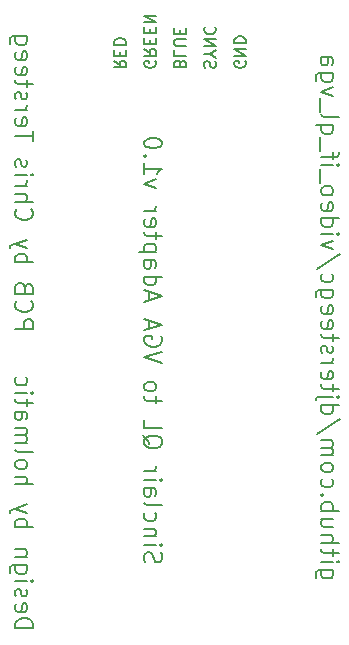
<source format=gbr>
%TF.GenerationSoftware,KiCad,Pcbnew,(6.0.11)*%
%TF.CreationDate,2023-02-12T19:00:00-06:00*%
%TF.ProjectId,video_if_ql_vga,76696465-6f5f-4696-965f-716c5f766761,v1.0*%
%TF.SameCoordinates,Original*%
%TF.FileFunction,Legend,Bot*%
%TF.FilePolarity,Positive*%
%FSLAX46Y46*%
G04 Gerber Fmt 4.6, Leading zero omitted, Abs format (unit mm)*
G04 Created by KiCad (PCBNEW (6.0.11)) date 2023-02-12 19:00:00*
%MOMM*%
%LPD*%
G01*
G04 APERTURE LIST*
%ADD10C,0.150000*%
%ADD11C,0.200000*%
G04 APERTURE END LIST*
D10*
X136707619Y-62084976D02*
X137183809Y-62418309D01*
X136707619Y-62656404D02*
X137707619Y-62656404D01*
X137707619Y-62275452D01*
X137660000Y-62180214D01*
X137612380Y-62132595D01*
X137517142Y-62084976D01*
X137374285Y-62084976D01*
X137279047Y-62132595D01*
X137231428Y-62180214D01*
X137183809Y-62275452D01*
X137183809Y-62656404D01*
X137231428Y-61656404D02*
X137231428Y-61323071D01*
X136707619Y-61180214D02*
X136707619Y-61656404D01*
X137707619Y-61656404D01*
X137707619Y-61180214D01*
X136707619Y-60751642D02*
X137707619Y-60751642D01*
X137707619Y-60513547D01*
X137660000Y-60370690D01*
X137564761Y-60275452D01*
X137469523Y-60227833D01*
X137279047Y-60180214D01*
X137136190Y-60180214D01*
X136945714Y-60227833D01*
X136850476Y-60275452D01*
X136755238Y-60370690D01*
X136707619Y-60513547D01*
X136707619Y-60751642D01*
X147820000Y-62132595D02*
X147867619Y-62227833D01*
X147867619Y-62370690D01*
X147820000Y-62513547D01*
X147724761Y-62608785D01*
X147629523Y-62656404D01*
X147439047Y-62704023D01*
X147296190Y-62704023D01*
X147105714Y-62656404D01*
X147010476Y-62608785D01*
X146915238Y-62513547D01*
X146867619Y-62370690D01*
X146867619Y-62275452D01*
X146915238Y-62132595D01*
X146962857Y-62084976D01*
X147296190Y-62084976D01*
X147296190Y-62275452D01*
X146867619Y-61656404D02*
X147867619Y-61656404D01*
X146867619Y-61084976D01*
X147867619Y-61084976D01*
X146867619Y-60608785D02*
X147867619Y-60608785D01*
X147867619Y-60370690D01*
X147820000Y-60227833D01*
X147724761Y-60132595D01*
X147629523Y-60084976D01*
X147439047Y-60037357D01*
X147296190Y-60037357D01*
X147105714Y-60084976D01*
X147010476Y-60132595D01*
X146915238Y-60227833D01*
X146867619Y-60370690D01*
X146867619Y-60608785D01*
X142311428Y-62323071D02*
X142263809Y-62180214D01*
X142216190Y-62132595D01*
X142120952Y-62084976D01*
X141978095Y-62084976D01*
X141882857Y-62132595D01*
X141835238Y-62180214D01*
X141787619Y-62275452D01*
X141787619Y-62656404D01*
X142787619Y-62656404D01*
X142787619Y-62323071D01*
X142740000Y-62227833D01*
X142692380Y-62180214D01*
X142597142Y-62132595D01*
X142501904Y-62132595D01*
X142406666Y-62180214D01*
X142359047Y-62227833D01*
X142311428Y-62323071D01*
X142311428Y-62656404D01*
X141787619Y-61180214D02*
X141787619Y-61656404D01*
X142787619Y-61656404D01*
X142787619Y-60846880D02*
X141978095Y-60846880D01*
X141882857Y-60799261D01*
X141835238Y-60751642D01*
X141787619Y-60656404D01*
X141787619Y-60465928D01*
X141835238Y-60370690D01*
X141882857Y-60323071D01*
X141978095Y-60275452D01*
X142787619Y-60275452D01*
X142311428Y-59799261D02*
X142311428Y-59465928D01*
X141787619Y-59323071D02*
X141787619Y-59799261D01*
X142787619Y-59799261D01*
X142787619Y-59323071D01*
X144375238Y-62704023D02*
X144327619Y-62561166D01*
X144327619Y-62323071D01*
X144375238Y-62227833D01*
X144422857Y-62180214D01*
X144518095Y-62132595D01*
X144613333Y-62132595D01*
X144708571Y-62180214D01*
X144756190Y-62227833D01*
X144803809Y-62323071D01*
X144851428Y-62513547D01*
X144899047Y-62608785D01*
X144946666Y-62656404D01*
X145041904Y-62704023D01*
X145137142Y-62704023D01*
X145232380Y-62656404D01*
X145280000Y-62608785D01*
X145327619Y-62513547D01*
X145327619Y-62275452D01*
X145280000Y-62132595D01*
X144803809Y-61513547D02*
X144327619Y-61513547D01*
X145327619Y-61846880D02*
X144803809Y-61513547D01*
X145327619Y-61180214D01*
X144327619Y-60846880D02*
X145327619Y-60846880D01*
X144327619Y-60275452D01*
X145327619Y-60275452D01*
X144422857Y-59227833D02*
X144375238Y-59275452D01*
X144327619Y-59418309D01*
X144327619Y-59513547D01*
X144375238Y-59656404D01*
X144470476Y-59751642D01*
X144565714Y-59799261D01*
X144756190Y-59846880D01*
X144899047Y-59846880D01*
X145089523Y-59799261D01*
X145184761Y-59751642D01*
X145280000Y-59656404D01*
X145327619Y-59513547D01*
X145327619Y-59418309D01*
X145280000Y-59275452D01*
X145232380Y-59227833D01*
D11*
X128353428Y-110161428D02*
X129853428Y-110161428D01*
X129853428Y-109804285D01*
X129782000Y-109590000D01*
X129639142Y-109447142D01*
X129496285Y-109375714D01*
X129210571Y-109304285D01*
X128996285Y-109304285D01*
X128710571Y-109375714D01*
X128567714Y-109447142D01*
X128424857Y-109590000D01*
X128353428Y-109804285D01*
X128353428Y-110161428D01*
X128424857Y-108090000D02*
X128353428Y-108232857D01*
X128353428Y-108518571D01*
X128424857Y-108661428D01*
X128567714Y-108732857D01*
X129139142Y-108732857D01*
X129282000Y-108661428D01*
X129353428Y-108518571D01*
X129353428Y-108232857D01*
X129282000Y-108090000D01*
X129139142Y-108018571D01*
X128996285Y-108018571D01*
X128853428Y-108732857D01*
X128424857Y-107447142D02*
X128353428Y-107304285D01*
X128353428Y-107018571D01*
X128424857Y-106875714D01*
X128567714Y-106804285D01*
X128639142Y-106804285D01*
X128782000Y-106875714D01*
X128853428Y-107018571D01*
X128853428Y-107232857D01*
X128924857Y-107375714D01*
X129067714Y-107447142D01*
X129139142Y-107447142D01*
X129282000Y-107375714D01*
X129353428Y-107232857D01*
X129353428Y-107018571D01*
X129282000Y-106875714D01*
X128353428Y-106161428D02*
X129353428Y-106161428D01*
X129853428Y-106161428D02*
X129782000Y-106232857D01*
X129710571Y-106161428D01*
X129782000Y-106090000D01*
X129853428Y-106161428D01*
X129710571Y-106161428D01*
X129353428Y-104804285D02*
X128139142Y-104804285D01*
X127996285Y-104875714D01*
X127924857Y-104947142D01*
X127853428Y-105090000D01*
X127853428Y-105304285D01*
X127924857Y-105447142D01*
X128424857Y-104804285D02*
X128353428Y-104947142D01*
X128353428Y-105232857D01*
X128424857Y-105375714D01*
X128496285Y-105447142D01*
X128639142Y-105518571D01*
X129067714Y-105518571D01*
X129210571Y-105447142D01*
X129282000Y-105375714D01*
X129353428Y-105232857D01*
X129353428Y-104947142D01*
X129282000Y-104804285D01*
X129353428Y-104090000D02*
X128353428Y-104090000D01*
X129210571Y-104090000D02*
X129282000Y-104018571D01*
X129353428Y-103875714D01*
X129353428Y-103661428D01*
X129282000Y-103518571D01*
X129139142Y-103447142D01*
X128353428Y-103447142D01*
X128353428Y-101590000D02*
X129853428Y-101590000D01*
X129282000Y-101590000D02*
X129353428Y-101447142D01*
X129353428Y-101161428D01*
X129282000Y-101018571D01*
X129210571Y-100947142D01*
X129067714Y-100875714D01*
X128639142Y-100875714D01*
X128496285Y-100947142D01*
X128424857Y-101018571D01*
X128353428Y-101161428D01*
X128353428Y-101447142D01*
X128424857Y-101590000D01*
X129353428Y-100375714D02*
X128353428Y-100018571D01*
X129353428Y-99661428D02*
X128353428Y-100018571D01*
X127996285Y-100161428D01*
X127924857Y-100232857D01*
X127853428Y-100375714D01*
X128353428Y-97947142D02*
X129853428Y-97947142D01*
X128353428Y-97304285D02*
X129139142Y-97304285D01*
X129282000Y-97375714D01*
X129353428Y-97518571D01*
X129353428Y-97732857D01*
X129282000Y-97875714D01*
X129210571Y-97947142D01*
X128353428Y-96375714D02*
X128424857Y-96518571D01*
X128496285Y-96590000D01*
X128639142Y-96661428D01*
X129067714Y-96661428D01*
X129210571Y-96590000D01*
X129282000Y-96518571D01*
X129353428Y-96375714D01*
X129353428Y-96161428D01*
X129282000Y-96018571D01*
X129210571Y-95947142D01*
X129067714Y-95875714D01*
X128639142Y-95875714D01*
X128496285Y-95947142D01*
X128424857Y-96018571D01*
X128353428Y-96161428D01*
X128353428Y-96375714D01*
X128353428Y-95018571D02*
X128424857Y-95161428D01*
X128567714Y-95232857D01*
X129853428Y-95232857D01*
X128353428Y-94447142D02*
X129353428Y-94447142D01*
X129210571Y-94447142D02*
X129282000Y-94375714D01*
X129353428Y-94232857D01*
X129353428Y-94018571D01*
X129282000Y-93875714D01*
X129139142Y-93804285D01*
X128353428Y-93804285D01*
X129139142Y-93804285D02*
X129282000Y-93732857D01*
X129353428Y-93590000D01*
X129353428Y-93375714D01*
X129282000Y-93232857D01*
X129139142Y-93161428D01*
X128353428Y-93161428D01*
X128353428Y-91804285D02*
X129139142Y-91804285D01*
X129282000Y-91875714D01*
X129353428Y-92018571D01*
X129353428Y-92304285D01*
X129282000Y-92447142D01*
X128424857Y-91804285D02*
X128353428Y-91947142D01*
X128353428Y-92304285D01*
X128424857Y-92447142D01*
X128567714Y-92518571D01*
X128710571Y-92518571D01*
X128853428Y-92447142D01*
X128924857Y-92304285D01*
X128924857Y-91947142D01*
X128996285Y-91804285D01*
X129353428Y-91304285D02*
X129353428Y-90732857D01*
X129853428Y-91090000D02*
X128567714Y-91090000D01*
X128424857Y-91018571D01*
X128353428Y-90875714D01*
X128353428Y-90732857D01*
X128353428Y-90232857D02*
X129353428Y-90232857D01*
X129853428Y-90232857D02*
X129782000Y-90304285D01*
X129710571Y-90232857D01*
X129782000Y-90161428D01*
X129853428Y-90232857D01*
X129710571Y-90232857D01*
X128424857Y-88875714D02*
X128353428Y-89018571D01*
X128353428Y-89304285D01*
X128424857Y-89447142D01*
X128496285Y-89518571D01*
X128639142Y-89590000D01*
X129067714Y-89590000D01*
X129210571Y-89518571D01*
X129282000Y-89447142D01*
X129353428Y-89304285D01*
X129353428Y-89018571D01*
X129282000Y-88875714D01*
X128353428Y-84804285D02*
X129853428Y-84804285D01*
X129853428Y-84232857D01*
X129782000Y-84090000D01*
X129710571Y-84018571D01*
X129567714Y-83947142D01*
X129353428Y-83947142D01*
X129210571Y-84018571D01*
X129139142Y-84090000D01*
X129067714Y-84232857D01*
X129067714Y-84804285D01*
X128496285Y-82447142D02*
X128424857Y-82518571D01*
X128353428Y-82732857D01*
X128353428Y-82875714D01*
X128424857Y-83090000D01*
X128567714Y-83232857D01*
X128710571Y-83304285D01*
X128996285Y-83375714D01*
X129210571Y-83375714D01*
X129496285Y-83304285D01*
X129639142Y-83232857D01*
X129782000Y-83090000D01*
X129853428Y-82875714D01*
X129853428Y-82732857D01*
X129782000Y-82518571D01*
X129710571Y-82447142D01*
X129139142Y-81304285D02*
X129067714Y-81090000D01*
X128996285Y-81018571D01*
X128853428Y-80947142D01*
X128639142Y-80947142D01*
X128496285Y-81018571D01*
X128424857Y-81090000D01*
X128353428Y-81232857D01*
X128353428Y-81804285D01*
X129853428Y-81804285D01*
X129853428Y-81304285D01*
X129782000Y-81161428D01*
X129710571Y-81090000D01*
X129567714Y-81018571D01*
X129424857Y-81018571D01*
X129282000Y-81090000D01*
X129210571Y-81161428D01*
X129139142Y-81304285D01*
X129139142Y-81804285D01*
X128353428Y-79161428D02*
X129853428Y-79161428D01*
X129282000Y-79161428D02*
X129353428Y-79018571D01*
X129353428Y-78732857D01*
X129282000Y-78590000D01*
X129210571Y-78518571D01*
X129067714Y-78447142D01*
X128639142Y-78447142D01*
X128496285Y-78518571D01*
X128424857Y-78590000D01*
X128353428Y-78732857D01*
X128353428Y-79018571D01*
X128424857Y-79161428D01*
X129353428Y-77947142D02*
X128353428Y-77590000D01*
X129353428Y-77232857D02*
X128353428Y-77590000D01*
X127996285Y-77732857D01*
X127924857Y-77804285D01*
X127853428Y-77947142D01*
X128496285Y-74661428D02*
X128424857Y-74732857D01*
X128353428Y-74947142D01*
X128353428Y-75090000D01*
X128424857Y-75304285D01*
X128567714Y-75447142D01*
X128710571Y-75518571D01*
X128996285Y-75590000D01*
X129210571Y-75590000D01*
X129496285Y-75518571D01*
X129639142Y-75447142D01*
X129782000Y-75304285D01*
X129853428Y-75090000D01*
X129853428Y-74947142D01*
X129782000Y-74732857D01*
X129710571Y-74661428D01*
X128353428Y-74018571D02*
X129853428Y-74018571D01*
X128353428Y-73375714D02*
X129139142Y-73375714D01*
X129282000Y-73447142D01*
X129353428Y-73590000D01*
X129353428Y-73804285D01*
X129282000Y-73947142D01*
X129210571Y-74018571D01*
X128353428Y-72661428D02*
X129353428Y-72661428D01*
X129067714Y-72661428D02*
X129210571Y-72590000D01*
X129282000Y-72518571D01*
X129353428Y-72375714D01*
X129353428Y-72232857D01*
X128353428Y-71732857D02*
X129353428Y-71732857D01*
X129853428Y-71732857D02*
X129782000Y-71804285D01*
X129710571Y-71732857D01*
X129782000Y-71661428D01*
X129853428Y-71732857D01*
X129710571Y-71732857D01*
X128424857Y-71090000D02*
X128353428Y-70947142D01*
X128353428Y-70661428D01*
X128424857Y-70518571D01*
X128567714Y-70447142D01*
X128639142Y-70447142D01*
X128782000Y-70518571D01*
X128853428Y-70661428D01*
X128853428Y-70875714D01*
X128924857Y-71018571D01*
X129067714Y-71090000D01*
X129139142Y-71090000D01*
X129282000Y-71018571D01*
X129353428Y-70875714D01*
X129353428Y-70661428D01*
X129282000Y-70518571D01*
X129853428Y-68875714D02*
X129853428Y-68018571D01*
X128353428Y-68447142D02*
X129853428Y-68447142D01*
X128424857Y-66947142D02*
X128353428Y-67090000D01*
X128353428Y-67375714D01*
X128424857Y-67518571D01*
X128567714Y-67590000D01*
X129139142Y-67590000D01*
X129282000Y-67518571D01*
X129353428Y-67375714D01*
X129353428Y-67090000D01*
X129282000Y-66947142D01*
X129139142Y-66875714D01*
X128996285Y-66875714D01*
X128853428Y-67590000D01*
X128353428Y-66232857D02*
X129353428Y-66232857D01*
X129067714Y-66232857D02*
X129210571Y-66161428D01*
X129282000Y-66090000D01*
X129353428Y-65947142D01*
X129353428Y-65804285D01*
X128424857Y-65375714D02*
X128353428Y-65232857D01*
X128353428Y-64947142D01*
X128424857Y-64804285D01*
X128567714Y-64732857D01*
X128639142Y-64732857D01*
X128782000Y-64804285D01*
X128853428Y-64947142D01*
X128853428Y-65161428D01*
X128924857Y-65304285D01*
X129067714Y-65375714D01*
X129139142Y-65375714D01*
X129282000Y-65304285D01*
X129353428Y-65161428D01*
X129353428Y-64947142D01*
X129282000Y-64804285D01*
X129353428Y-64304285D02*
X129353428Y-63732857D01*
X129853428Y-64090000D02*
X128567714Y-64090000D01*
X128424857Y-64018571D01*
X128353428Y-63875714D01*
X128353428Y-63732857D01*
X128424857Y-62661428D02*
X128353428Y-62804285D01*
X128353428Y-63090000D01*
X128424857Y-63232857D01*
X128567714Y-63304285D01*
X129139142Y-63304285D01*
X129282000Y-63232857D01*
X129353428Y-63090000D01*
X129353428Y-62804285D01*
X129282000Y-62661428D01*
X129139142Y-62590000D01*
X128996285Y-62590000D01*
X128853428Y-63304285D01*
X128424857Y-61375714D02*
X128353428Y-61518571D01*
X128353428Y-61804285D01*
X128424857Y-61947142D01*
X128567714Y-62018571D01*
X129139142Y-62018571D01*
X129282000Y-61947142D01*
X129353428Y-61804285D01*
X129353428Y-61518571D01*
X129282000Y-61375714D01*
X129139142Y-61304285D01*
X128996285Y-61304285D01*
X128853428Y-62018571D01*
X129353428Y-60018571D02*
X128139142Y-60018571D01*
X127996285Y-60090000D01*
X127924857Y-60161428D01*
X127853428Y-60304285D01*
X127853428Y-60518571D01*
X127924857Y-60661428D01*
X128424857Y-60018571D02*
X128353428Y-60161428D01*
X128353428Y-60447142D01*
X128424857Y-60590000D01*
X128496285Y-60661428D01*
X128639142Y-60732857D01*
X129067714Y-60732857D01*
X129210571Y-60661428D01*
X129282000Y-60590000D01*
X129353428Y-60447142D01*
X129353428Y-60161428D01*
X129282000Y-60018571D01*
X155261428Y-105212857D02*
X154047142Y-105212857D01*
X153904285Y-105284285D01*
X153832857Y-105355714D01*
X153761428Y-105498571D01*
X153761428Y-105712857D01*
X153832857Y-105855714D01*
X154332857Y-105212857D02*
X154261428Y-105355714D01*
X154261428Y-105641428D01*
X154332857Y-105784285D01*
X154404285Y-105855714D01*
X154547142Y-105927142D01*
X154975714Y-105927142D01*
X155118571Y-105855714D01*
X155190000Y-105784285D01*
X155261428Y-105641428D01*
X155261428Y-105355714D01*
X155190000Y-105212857D01*
X154261428Y-104498571D02*
X155261428Y-104498571D01*
X155761428Y-104498571D02*
X155690000Y-104570000D01*
X155618571Y-104498571D01*
X155690000Y-104427142D01*
X155761428Y-104498571D01*
X155618571Y-104498571D01*
X155261428Y-103998571D02*
X155261428Y-103427142D01*
X155761428Y-103784285D02*
X154475714Y-103784285D01*
X154332857Y-103712857D01*
X154261428Y-103570000D01*
X154261428Y-103427142D01*
X154261428Y-102927142D02*
X155761428Y-102927142D01*
X154261428Y-102284285D02*
X155047142Y-102284285D01*
X155190000Y-102355714D01*
X155261428Y-102498571D01*
X155261428Y-102712857D01*
X155190000Y-102855714D01*
X155118571Y-102927142D01*
X155261428Y-100927142D02*
X154261428Y-100927142D01*
X155261428Y-101570000D02*
X154475714Y-101570000D01*
X154332857Y-101498571D01*
X154261428Y-101355714D01*
X154261428Y-101141428D01*
X154332857Y-100998571D01*
X154404285Y-100927142D01*
X154261428Y-100212857D02*
X155761428Y-100212857D01*
X155190000Y-100212857D02*
X155261428Y-100070000D01*
X155261428Y-99784285D01*
X155190000Y-99641428D01*
X155118571Y-99570000D01*
X154975714Y-99498571D01*
X154547142Y-99498571D01*
X154404285Y-99570000D01*
X154332857Y-99641428D01*
X154261428Y-99784285D01*
X154261428Y-100070000D01*
X154332857Y-100212857D01*
X154404285Y-98855714D02*
X154332857Y-98784285D01*
X154261428Y-98855714D01*
X154332857Y-98927142D01*
X154404285Y-98855714D01*
X154261428Y-98855714D01*
X154332857Y-97498571D02*
X154261428Y-97641428D01*
X154261428Y-97927142D01*
X154332857Y-98070000D01*
X154404285Y-98141428D01*
X154547142Y-98212857D01*
X154975714Y-98212857D01*
X155118571Y-98141428D01*
X155190000Y-98070000D01*
X155261428Y-97927142D01*
X155261428Y-97641428D01*
X155190000Y-97498571D01*
X154261428Y-96641428D02*
X154332857Y-96784285D01*
X154404285Y-96855714D01*
X154547142Y-96927142D01*
X154975714Y-96927142D01*
X155118571Y-96855714D01*
X155190000Y-96784285D01*
X155261428Y-96641428D01*
X155261428Y-96427142D01*
X155190000Y-96284285D01*
X155118571Y-96212857D01*
X154975714Y-96141428D01*
X154547142Y-96141428D01*
X154404285Y-96212857D01*
X154332857Y-96284285D01*
X154261428Y-96427142D01*
X154261428Y-96641428D01*
X154261428Y-95498571D02*
X155261428Y-95498571D01*
X155118571Y-95498571D02*
X155190000Y-95427142D01*
X155261428Y-95284285D01*
X155261428Y-95070000D01*
X155190000Y-94927142D01*
X155047142Y-94855714D01*
X154261428Y-94855714D01*
X155047142Y-94855714D02*
X155190000Y-94784285D01*
X155261428Y-94641428D01*
X155261428Y-94427142D01*
X155190000Y-94284285D01*
X155047142Y-94212857D01*
X154261428Y-94212857D01*
X155832857Y-92427142D02*
X153904285Y-93712857D01*
X154261428Y-91284285D02*
X155761428Y-91284285D01*
X154332857Y-91284285D02*
X154261428Y-91427142D01*
X154261428Y-91712857D01*
X154332857Y-91855714D01*
X154404285Y-91927142D01*
X154547142Y-91998571D01*
X154975714Y-91998571D01*
X155118571Y-91927142D01*
X155190000Y-91855714D01*
X155261428Y-91712857D01*
X155261428Y-91427142D01*
X155190000Y-91284285D01*
X155261428Y-90570000D02*
X153975714Y-90570000D01*
X153832857Y-90641428D01*
X153761428Y-90784285D01*
X153761428Y-90855714D01*
X155761428Y-90570000D02*
X155690000Y-90641428D01*
X155618571Y-90570000D01*
X155690000Y-90498571D01*
X155761428Y-90570000D01*
X155618571Y-90570000D01*
X155261428Y-90070000D02*
X155261428Y-89498571D01*
X155761428Y-89855714D02*
X154475714Y-89855714D01*
X154332857Y-89784285D01*
X154261428Y-89641428D01*
X154261428Y-89498571D01*
X154332857Y-88427142D02*
X154261428Y-88570000D01*
X154261428Y-88855714D01*
X154332857Y-88998571D01*
X154475714Y-89070000D01*
X155047142Y-89070000D01*
X155190000Y-88998571D01*
X155261428Y-88855714D01*
X155261428Y-88570000D01*
X155190000Y-88427142D01*
X155047142Y-88355714D01*
X154904285Y-88355714D01*
X154761428Y-89070000D01*
X154261428Y-87712857D02*
X155261428Y-87712857D01*
X154975714Y-87712857D02*
X155118571Y-87641428D01*
X155190000Y-87570000D01*
X155261428Y-87427142D01*
X155261428Y-87284285D01*
X154332857Y-86855714D02*
X154261428Y-86712857D01*
X154261428Y-86427142D01*
X154332857Y-86284285D01*
X154475714Y-86212857D01*
X154547142Y-86212857D01*
X154690000Y-86284285D01*
X154761428Y-86427142D01*
X154761428Y-86641428D01*
X154832857Y-86784285D01*
X154975714Y-86855714D01*
X155047142Y-86855714D01*
X155190000Y-86784285D01*
X155261428Y-86641428D01*
X155261428Y-86427142D01*
X155190000Y-86284285D01*
X155261428Y-85784285D02*
X155261428Y-85212857D01*
X155761428Y-85570000D02*
X154475714Y-85570000D01*
X154332857Y-85498571D01*
X154261428Y-85355714D01*
X154261428Y-85212857D01*
X154332857Y-84141428D02*
X154261428Y-84284285D01*
X154261428Y-84570000D01*
X154332857Y-84712857D01*
X154475714Y-84784285D01*
X155047142Y-84784285D01*
X155190000Y-84712857D01*
X155261428Y-84570000D01*
X155261428Y-84284285D01*
X155190000Y-84141428D01*
X155047142Y-84070000D01*
X154904285Y-84070000D01*
X154761428Y-84784285D01*
X154332857Y-82855714D02*
X154261428Y-82998571D01*
X154261428Y-83284285D01*
X154332857Y-83427142D01*
X154475714Y-83498571D01*
X155047142Y-83498571D01*
X155190000Y-83427142D01*
X155261428Y-83284285D01*
X155261428Y-82998571D01*
X155190000Y-82855714D01*
X155047142Y-82784285D01*
X154904285Y-82784285D01*
X154761428Y-83498571D01*
X155261428Y-81498571D02*
X154047142Y-81498571D01*
X153904285Y-81570000D01*
X153832857Y-81641428D01*
X153761428Y-81784285D01*
X153761428Y-81998571D01*
X153832857Y-82141428D01*
X154332857Y-81498571D02*
X154261428Y-81641428D01*
X154261428Y-81927142D01*
X154332857Y-82070000D01*
X154404285Y-82141428D01*
X154547142Y-82212857D01*
X154975714Y-82212857D01*
X155118571Y-82141428D01*
X155190000Y-82070000D01*
X155261428Y-81927142D01*
X155261428Y-81641428D01*
X155190000Y-81498571D01*
X154332857Y-80141428D02*
X154261428Y-80284285D01*
X154261428Y-80570000D01*
X154332857Y-80712857D01*
X154404285Y-80784285D01*
X154547142Y-80855714D01*
X154975714Y-80855714D01*
X155118571Y-80784285D01*
X155190000Y-80712857D01*
X155261428Y-80570000D01*
X155261428Y-80284285D01*
X155190000Y-80141428D01*
X155832857Y-78427142D02*
X153904285Y-79712857D01*
X155261428Y-78069999D02*
X154261428Y-77712857D01*
X155261428Y-77355714D01*
X154261428Y-76784285D02*
X155261428Y-76784285D01*
X155761428Y-76784285D02*
X155690000Y-76855714D01*
X155618571Y-76784285D01*
X155690000Y-76712857D01*
X155761428Y-76784285D01*
X155618571Y-76784285D01*
X154261428Y-75427142D02*
X155761428Y-75427142D01*
X154332857Y-75427142D02*
X154261428Y-75570000D01*
X154261428Y-75855714D01*
X154332857Y-75998571D01*
X154404285Y-76070000D01*
X154547142Y-76141428D01*
X154975714Y-76141428D01*
X155118571Y-76070000D01*
X155190000Y-75998571D01*
X155261428Y-75855714D01*
X155261428Y-75570000D01*
X155190000Y-75427142D01*
X154332857Y-74141428D02*
X154261428Y-74284285D01*
X154261428Y-74570000D01*
X154332857Y-74712857D01*
X154475714Y-74784285D01*
X155047142Y-74784285D01*
X155190000Y-74712857D01*
X155261428Y-74570000D01*
X155261428Y-74284285D01*
X155190000Y-74141428D01*
X155047142Y-74070000D01*
X154904285Y-74070000D01*
X154761428Y-74784285D01*
X154261428Y-73212857D02*
X154332857Y-73355714D01*
X154404285Y-73427142D01*
X154547142Y-73498571D01*
X154975714Y-73498571D01*
X155118571Y-73427142D01*
X155190000Y-73355714D01*
X155261428Y-73212857D01*
X155261428Y-72998571D01*
X155190000Y-72855714D01*
X155118571Y-72784285D01*
X154975714Y-72712857D01*
X154547142Y-72712857D01*
X154404285Y-72784285D01*
X154332857Y-72855714D01*
X154261428Y-72998571D01*
X154261428Y-73212857D01*
X154118571Y-72427142D02*
X154118571Y-71284285D01*
X154261428Y-70927142D02*
X155261428Y-70927142D01*
X155761428Y-70927142D02*
X155690000Y-70998571D01*
X155618571Y-70927142D01*
X155690000Y-70855714D01*
X155761428Y-70927142D01*
X155618571Y-70927142D01*
X155261428Y-70427142D02*
X155261428Y-69855714D01*
X154261428Y-70212857D02*
X155547142Y-70212857D01*
X155690000Y-70141428D01*
X155761428Y-69998571D01*
X155761428Y-69855714D01*
X154118571Y-69712857D02*
X154118571Y-68570000D01*
X155261428Y-67570000D02*
X153761428Y-67570000D01*
X154332857Y-67570000D02*
X154261428Y-67712857D01*
X154261428Y-67998571D01*
X154332857Y-68141428D01*
X154404285Y-68212857D01*
X154547142Y-68284285D01*
X154975714Y-68284285D01*
X155118571Y-68212857D01*
X155190000Y-68141428D01*
X155261428Y-67998571D01*
X155261428Y-67712857D01*
X155190000Y-67570000D01*
X154261428Y-66641428D02*
X154332857Y-66784285D01*
X154475714Y-66855714D01*
X155761428Y-66855714D01*
X154118571Y-66427142D02*
X154118571Y-65284285D01*
X155261428Y-65070000D02*
X154261428Y-64712857D01*
X155261428Y-64355714D01*
X155261428Y-63141428D02*
X154047142Y-63141428D01*
X153904285Y-63212857D01*
X153832857Y-63284285D01*
X153761428Y-63427142D01*
X153761428Y-63641428D01*
X153832857Y-63784285D01*
X154332857Y-63141428D02*
X154261428Y-63284285D01*
X154261428Y-63570000D01*
X154332857Y-63712857D01*
X154404285Y-63784285D01*
X154547142Y-63855714D01*
X154975714Y-63855714D01*
X155118571Y-63784285D01*
X155190000Y-63712857D01*
X155261428Y-63570000D01*
X155261428Y-63284285D01*
X155190000Y-63141428D01*
X154261428Y-61784285D02*
X155047142Y-61784285D01*
X155190000Y-61855714D01*
X155261428Y-61998571D01*
X155261428Y-62284285D01*
X155190000Y-62427142D01*
X154332857Y-61784285D02*
X154261428Y-61927142D01*
X154261428Y-62284285D01*
X154332857Y-62427142D01*
X154475714Y-62498571D01*
X154618571Y-62498571D01*
X154761428Y-62427142D01*
X154832857Y-62284285D01*
X154832857Y-61927142D01*
X154904285Y-61784285D01*
D10*
X140200000Y-62132595D02*
X140247619Y-62227833D01*
X140247619Y-62370690D01*
X140200000Y-62513547D01*
X140104761Y-62608785D01*
X140009523Y-62656404D01*
X139819047Y-62704023D01*
X139676190Y-62704023D01*
X139485714Y-62656404D01*
X139390476Y-62608785D01*
X139295238Y-62513547D01*
X139247619Y-62370690D01*
X139247619Y-62275452D01*
X139295238Y-62132595D01*
X139342857Y-62084976D01*
X139676190Y-62084976D01*
X139676190Y-62275452D01*
X139247619Y-61084976D02*
X139723809Y-61418309D01*
X139247619Y-61656404D02*
X140247619Y-61656404D01*
X140247619Y-61275452D01*
X140200000Y-61180214D01*
X140152380Y-61132595D01*
X140057142Y-61084976D01*
X139914285Y-61084976D01*
X139819047Y-61132595D01*
X139771428Y-61180214D01*
X139723809Y-61275452D01*
X139723809Y-61656404D01*
X139771428Y-60656404D02*
X139771428Y-60323071D01*
X139247619Y-60180214D02*
X139247619Y-60656404D01*
X140247619Y-60656404D01*
X140247619Y-60180214D01*
X139771428Y-59751642D02*
X139771428Y-59418309D01*
X139247619Y-59275452D02*
X139247619Y-59751642D01*
X140247619Y-59751642D01*
X140247619Y-59275452D01*
X139247619Y-58846880D02*
X140247619Y-58846880D01*
X139247619Y-58275452D01*
X140247619Y-58275452D01*
D11*
X139346857Y-104578285D02*
X139275428Y-104364000D01*
X139275428Y-104006857D01*
X139346857Y-103864000D01*
X139418285Y-103792571D01*
X139561142Y-103721142D01*
X139704000Y-103721142D01*
X139846857Y-103792571D01*
X139918285Y-103864000D01*
X139989714Y-104006857D01*
X140061142Y-104292571D01*
X140132571Y-104435428D01*
X140204000Y-104506857D01*
X140346857Y-104578285D01*
X140489714Y-104578285D01*
X140632571Y-104506857D01*
X140704000Y-104435428D01*
X140775428Y-104292571D01*
X140775428Y-103935428D01*
X140704000Y-103721142D01*
X139275428Y-103078285D02*
X140275428Y-103078285D01*
X140775428Y-103078285D02*
X140704000Y-103149714D01*
X140632571Y-103078285D01*
X140704000Y-103006857D01*
X140775428Y-103078285D01*
X140632571Y-103078285D01*
X140275428Y-102364000D02*
X139275428Y-102364000D01*
X140132571Y-102364000D02*
X140204000Y-102292571D01*
X140275428Y-102149714D01*
X140275428Y-101935428D01*
X140204000Y-101792571D01*
X140061142Y-101721142D01*
X139275428Y-101721142D01*
X139346857Y-100364000D02*
X139275428Y-100506857D01*
X139275428Y-100792571D01*
X139346857Y-100935428D01*
X139418285Y-101006857D01*
X139561142Y-101078285D01*
X139989714Y-101078285D01*
X140132571Y-101006857D01*
X140204000Y-100935428D01*
X140275428Y-100792571D01*
X140275428Y-100506857D01*
X140204000Y-100364000D01*
X139275428Y-99506857D02*
X139346857Y-99649714D01*
X139489714Y-99721142D01*
X140775428Y-99721142D01*
X139275428Y-98292571D02*
X140061142Y-98292571D01*
X140204000Y-98364000D01*
X140275428Y-98506857D01*
X140275428Y-98792571D01*
X140204000Y-98935428D01*
X139346857Y-98292571D02*
X139275428Y-98435428D01*
X139275428Y-98792571D01*
X139346857Y-98935428D01*
X139489714Y-99006857D01*
X139632571Y-99006857D01*
X139775428Y-98935428D01*
X139846857Y-98792571D01*
X139846857Y-98435428D01*
X139918285Y-98292571D01*
X139275428Y-97578285D02*
X140275428Y-97578285D01*
X140775428Y-97578285D02*
X140704000Y-97649714D01*
X140632571Y-97578285D01*
X140704000Y-97506857D01*
X140775428Y-97578285D01*
X140632571Y-97578285D01*
X139275428Y-96864000D02*
X140275428Y-96864000D01*
X139989714Y-96864000D02*
X140132571Y-96792571D01*
X140204000Y-96721142D01*
X140275428Y-96578285D01*
X140275428Y-96435428D01*
X139132571Y-93792571D02*
X139204000Y-93935428D01*
X139346857Y-94078285D01*
X139561142Y-94292571D01*
X139632571Y-94435428D01*
X139632571Y-94578285D01*
X139275428Y-94506857D02*
X139346857Y-94649714D01*
X139489714Y-94792571D01*
X139775428Y-94864000D01*
X140275428Y-94864000D01*
X140561142Y-94792571D01*
X140704000Y-94649714D01*
X140775428Y-94506857D01*
X140775428Y-94221142D01*
X140704000Y-94078285D01*
X140561142Y-93935428D01*
X140275428Y-93864000D01*
X139775428Y-93864000D01*
X139489714Y-93935428D01*
X139346857Y-94078285D01*
X139275428Y-94221142D01*
X139275428Y-94506857D01*
X139275428Y-92506857D02*
X139275428Y-93221142D01*
X140775428Y-93221142D01*
X140275428Y-91078285D02*
X140275428Y-90506857D01*
X140775428Y-90864000D02*
X139489714Y-90864000D01*
X139346857Y-90792571D01*
X139275428Y-90649714D01*
X139275428Y-90506857D01*
X139275428Y-89792571D02*
X139346857Y-89935428D01*
X139418285Y-90006857D01*
X139561142Y-90078285D01*
X139989714Y-90078285D01*
X140132571Y-90006857D01*
X140204000Y-89935428D01*
X140275428Y-89792571D01*
X140275428Y-89578285D01*
X140204000Y-89435428D01*
X140132571Y-89364000D01*
X139989714Y-89292571D01*
X139561142Y-89292571D01*
X139418285Y-89364000D01*
X139346857Y-89435428D01*
X139275428Y-89578285D01*
X139275428Y-89792571D01*
X140775428Y-87721142D02*
X139275428Y-87221142D01*
X140775428Y-86721142D01*
X140704000Y-85435428D02*
X140775428Y-85578285D01*
X140775428Y-85792571D01*
X140704000Y-86006857D01*
X140561142Y-86149714D01*
X140418285Y-86221142D01*
X140132571Y-86292571D01*
X139918285Y-86292571D01*
X139632571Y-86221142D01*
X139489714Y-86149714D01*
X139346857Y-86006857D01*
X139275428Y-85792571D01*
X139275428Y-85649714D01*
X139346857Y-85435428D01*
X139418285Y-85364000D01*
X139918285Y-85364000D01*
X139918285Y-85649714D01*
X139704000Y-84792571D02*
X139704000Y-84078285D01*
X139275428Y-84935428D02*
X140775428Y-84435428D01*
X139275428Y-83935428D01*
X139704000Y-82364000D02*
X139704000Y-81649714D01*
X139275428Y-82506857D02*
X140775428Y-82006857D01*
X139275428Y-81506857D01*
X139275428Y-80364000D02*
X140775428Y-80364000D01*
X139346857Y-80364000D02*
X139275428Y-80506857D01*
X139275428Y-80792571D01*
X139346857Y-80935428D01*
X139418285Y-81006857D01*
X139561142Y-81078285D01*
X139989714Y-81078285D01*
X140132571Y-81006857D01*
X140204000Y-80935428D01*
X140275428Y-80792571D01*
X140275428Y-80506857D01*
X140204000Y-80364000D01*
X139275428Y-79006857D02*
X140061142Y-79006857D01*
X140204000Y-79078285D01*
X140275428Y-79221142D01*
X140275428Y-79506857D01*
X140204000Y-79649714D01*
X139346857Y-79006857D02*
X139275428Y-79149714D01*
X139275428Y-79506857D01*
X139346857Y-79649714D01*
X139489714Y-79721142D01*
X139632571Y-79721142D01*
X139775428Y-79649714D01*
X139846857Y-79506857D01*
X139846857Y-79149714D01*
X139918285Y-79006857D01*
X140275428Y-78292571D02*
X138775428Y-78292571D01*
X140204000Y-78292571D02*
X140275428Y-78149714D01*
X140275428Y-77864000D01*
X140204000Y-77721142D01*
X140132571Y-77649714D01*
X139989714Y-77578285D01*
X139561142Y-77578285D01*
X139418285Y-77649714D01*
X139346857Y-77721142D01*
X139275428Y-77864000D01*
X139275428Y-78149714D01*
X139346857Y-78292571D01*
X140275428Y-77149714D02*
X140275428Y-76578285D01*
X140775428Y-76935428D02*
X139489714Y-76935428D01*
X139346857Y-76864000D01*
X139275428Y-76721142D01*
X139275428Y-76578285D01*
X139346857Y-75506857D02*
X139275428Y-75649714D01*
X139275428Y-75935428D01*
X139346857Y-76078285D01*
X139489714Y-76149714D01*
X140061142Y-76149714D01*
X140204000Y-76078285D01*
X140275428Y-75935428D01*
X140275428Y-75649714D01*
X140204000Y-75506857D01*
X140061142Y-75435428D01*
X139918285Y-75435428D01*
X139775428Y-76149714D01*
X139275428Y-74792571D02*
X140275428Y-74792571D01*
X139989714Y-74792571D02*
X140132571Y-74721142D01*
X140204000Y-74649714D01*
X140275428Y-74506857D01*
X140275428Y-74364000D01*
X140275428Y-72864000D02*
X139275428Y-72506857D01*
X140275428Y-72149714D01*
X139275428Y-70792571D02*
X139275428Y-71649714D01*
X139275428Y-71221142D02*
X140775428Y-71221142D01*
X140561142Y-71364000D01*
X140418285Y-71506857D01*
X140346857Y-71649714D01*
X139418285Y-70149714D02*
X139346857Y-70078285D01*
X139275428Y-70149714D01*
X139346857Y-70221142D01*
X139418285Y-70149714D01*
X139275428Y-70149714D01*
X140775428Y-69149714D02*
X140775428Y-69006857D01*
X140704000Y-68864000D01*
X140632571Y-68792571D01*
X140489714Y-68721142D01*
X140204000Y-68649714D01*
X139846857Y-68649714D01*
X139561142Y-68721142D01*
X139418285Y-68792571D01*
X139346857Y-68864000D01*
X139275428Y-69006857D01*
X139275428Y-69149714D01*
X139346857Y-69292571D01*
X139418285Y-69364000D01*
X139561142Y-69435428D01*
X139846857Y-69506857D01*
X140204000Y-69506857D01*
X140489714Y-69435428D01*
X140632571Y-69364000D01*
X140704000Y-69292571D01*
X140775428Y-69149714D01*
M02*

</source>
